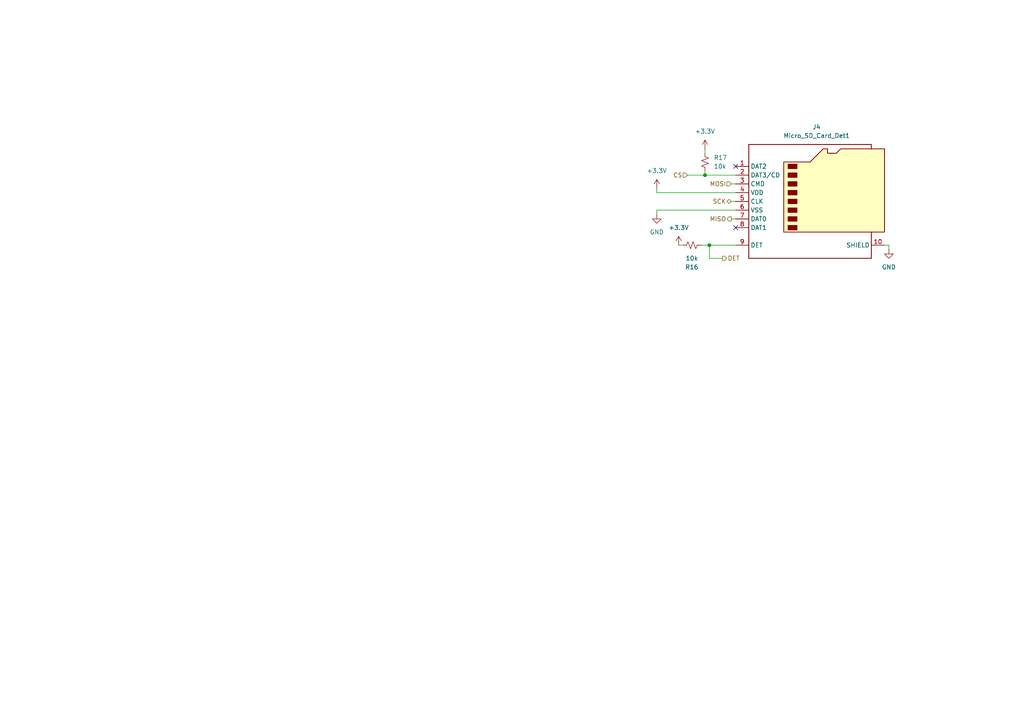
<source format=kicad_sch>
(kicad_sch (version 20250114) (generator "eeschema") (generator_version "9.0")
  (paper "A4")
  (lib_symbols
    (symbol "Connector:Micro_SD_Card_Det1"
      (property "Reference" "J" (at -16.51 17.78 0))
      (property "Value" "Micro_SD_Card_Det1" (at 16.51 17.78 0))
      (symbol "Micro_SD_Card_Det1_0_1"
        (polyline (pts (xy -8.89 -8.89) (xy -8.89 11.43) (xy -1.27 11.43) (xy 2.54 15.24) (xy 3.81 15.24) (xy 3.81 13.97) (xy 6.35 13.97) (xy 7.62 15.24) (xy 20.32 15.24) (xy 20.32 -8.89) (xy -8.89 -8.89)) (stroke (width 0.254)) (fill (type background)))
        (rectangle (start -7.62 10.795) (end -5.08 9.525) (stroke (width 0.254)) (fill (type outline)))
        (rectangle (start -7.62 8.255) (end -5.08 6.985) (stroke (width 0.254)) (fill (type outline)))
        (rectangle (start -7.62 5.715) (end -5.08 4.445) (stroke (width 0.254)) (fill (type outline)))
        (rectangle (start -7.62 3.175) (end -5.08 1.905) (stroke (width 0.254)) (fill (type outline)))
        (rectangle (start -7.62 0.635) (end -5.08 -0.635) (stroke (width 0.254)) (fill (type outline)))
        (rectangle (start -7.62 -1.905) (end -5.08 -3.175) (stroke (width 0.254)) (fill (type outline)))
        (rectangle (start -7.62 -4.445) (end -5.08 -5.715) (stroke (width 0.254)) (fill (type outline)))
        (rectangle (start -7.62 -6.985) (end -5.08 -8.255) (stroke (width 0.254)) (fill (type outline)))
        (polyline (pts (xy 16.51 15.24) (xy 16.51 16.51) (xy -19.05 16.51) (xy -19.05 -16.51) (xy 16.51 -16.51) (xy 16.51 -8.89)) (stroke (width 0.254)))
      )
      (symbol "Micro_SD_Card_Det1_1_1"
        (pin bidirectional line (at -22.86 10.16 0) (length 3.81) (name "DAT2") (number "1"))
        (pin bidirectional line (at -22.86 7.62 0) (length 3.81) (name "DAT3/CD") (number "2"))
        (pin input line (at -22.86 5.08 0) (length 3.81) (name "CMD") (number "3"))
        (pin power_in line (at -22.86 2.54 0) (length 3.81) (name "VDD") (number "4"))
        (pin input line (at -22.86 0 0) (length 3.81) (name "CLK") (number "5"))
        (pin power_in line (at -22.86 -2.54 0) (length 3.81) (name "VSS") (number "6"))
        (pin bidirectional line (at -22.86 -5.08 0) (length 3.81) (name "DAT0") (number "7"))
        (pin bidirectional line (at -22.86 -7.62 0) (length 3.81) (name "DAT1") (number "8"))
        (pin passive line (at -22.86 -12.7 0) (length 3.81) (name "DET") (number "9"))
        (pin passive line (at 20.32 -12.7 180) (length 3.81) (name "SHIELD") (number "10"))
      )
    )
    (symbol "Device:R_Small_US" (pin_numbers (hide yes)) (pin_names (offset 0.254) (hide yes))
      (property "Reference" "R" (at 0.762 0.508 0))
      (property "Value" "R_Small_US" (at 0.762 -1.016 0))
      (symbol "R_Small_US_1_1"
        (polyline (pts (xy 0 1.524) (xy 1.016 1.143) (xy 0 0.762) (xy -1.016 0.381) (xy 0 0)))
        (polyline (pts (xy 0 0) (xy 1.016 -0.381) (xy 0 -0.762) (xy -1.016 -1.143) (xy 0 -1.524)))
        (pin passive line (at 0 2.54 270) (length 1.016) (name "~") (number "1"))
        (pin passive line (at 0 -2.54 90) (length 1.016) (name "~") (number "2"))
      )
    )
    (symbol "power:+3.3V" (power) (pin_numbers (hide yes)) (pin_names (offset 0) (hide yes))
      (property "Value" "+3.3V" (at 0 3.556 0))
      (symbol "+3.3V_0_1"
        (polyline (pts (xy -0.762 1.27) (xy 0 2.54)))
        (polyline (pts (xy 0 2.54) (xy 0.762 1.27)))
        (polyline (pts (xy 0 0) (xy 0 2.54)))
      )
      (symbol "+3.3V_1_1"
        (pin power_in line (at 0 0 90) (length 0) (name "~") (number "1"))
      )
    )
    (symbol "power:GND" (power) (pin_numbers (hide yes)) (pin_names (offset 0) (hide yes))
      (property "Value" "GND" (at 0 -3.81 0))
      (symbol "GND_0_1"
        (polyline (pts (xy 0 0) (xy 0 -1.27) (xy 1.27 -1.27) (xy 0 -2.54) (xy -1.27 -1.27) (xy 0 -1.27)))
      )
      (symbol "GND_1_1"
        (pin power_in line (at 0 0 270) (length 0) (name "~") (number "1"))
      )
    )
  )
  (junction (at 204.47 50.8))
  (junction (at 205.74 71.12))
  (no_connect (at 213.36 48.26))
  (no_connect (at 213.36 66.04))
  (wire (pts (xy 257.81 71.12) (xy 256.54 71.12)))
  (wire (pts (xy 190.5 60.96) (xy 213.36 60.96)))
  (wire (pts (xy 190.5 62.23) (xy 190.5 60.96)))
  (wire (pts (xy 190.5 54.61) (xy 190.5 55.88)))
  (wire (pts (xy 204.47 50.8) (xy 213.36 50.8)))
  (wire (pts (xy 205.74 74.93) (xy 205.74 71.12)))
  (wire (pts (xy 204.47 49.53) (xy 204.47 50.8)))
  (wire (pts (xy 199.39 50.8) (xy 204.47 50.8)))
  (wire (pts (xy 212.09 58.42) (xy 213.36 58.42)))
  (wire (pts (xy 190.5 55.88) (xy 213.36 55.88)))
  (wire (pts (xy 257.81 72.39) (xy 257.81 71.12)))
  (wire (pts (xy 212.09 63.5) (xy 213.36 63.5)))
  (wire (pts (xy 203.2 71.12) (xy 205.74 71.12)))
  (wire (pts (xy 196.85 71.12) (xy 198.12 71.12)))
  (wire (pts (xy 209.55 74.93) (xy 205.74 74.93)))
  (wire (pts (xy 205.74 71.12) (xy 213.36 71.12)))
  (wire (pts (xy 204.47 43.18) (xy 204.47 44.45)))
  (wire (pts (xy 212.09 53.34) (xy 213.36 53.34)))
  (hierarchical_label "CS" (shape input) (at 199.39 50.8 180))
  (hierarchical_label "MISO" (shape output) (at 212.09 63.5 180))
  (hierarchical_label "SCK" (shape bidirectional) (at 212.09 58.42 180))
  (hierarchical_label "DET" (shape output) (at 209.55 74.93 0))
  (hierarchical_label "MOSI" (shape input) (at 212.09 53.34 180))
  (symbol (lib_id "Connector:Micro_SD_Card_Det1") (at 236.22 58.42 0) (unit 1)
    (property "Reference" "J4" (at 236.855 36.83 0))
    (property "Value" "Micro_SD_Card_Det1" (at 236.855 39.37 0))
    (property "Datasheet" "https://datasheet.lcsc.com/lcsc/2110151630_XKB-Connectivity-XKTF-015-N_C381082.pdf" (effects (hide yes)))
    (property "Description" "Micro SD Card Socket with one card detection pin" (effects (hide yes)))
  )
  (symbol (lib_id "power:GND") (at 190.5 62.23 0) (unit 1)
    (property "Reference" "#PWR030" (effects (hide yes)))
    (property "Value" "GND" (at 190.5 67.31 0))
    (property "Description" "Power symbol creates a global label with name \"GND\" , ground" (effects (hide yes)))
  )
  (symbol (lib_id "power:+3.3V") (at 190.5 54.61 0) (unit 1)
    (property "Reference" "#PWR029" (effects (hide yes)))
    (property "Value" "+3.3V" (at 190.5 49.53 0))
    (property "Description" "Power symbol creates a global label with name \"+3.3V\"" (effects (hide yes)))
  )
  (symbol (lib_id "Device:R_Small_US") (at 200.66 71.12 270) (unit 1)
    (property "Reference" "R16" (at 200.66 77.47 90))
    (property "Value" "10k" (at 200.66 74.93 90))
    (property "Description" "Resistor, small US symbol" (effects (hide yes)))
  )
  (symbol (lib_id "power:+3.3V") (at 196.85 71.12 0) (unit 1)
    (property "Reference" "#PWR028" (effects (hide yes)))
    (property "Value" "+3.3V" (at 196.85 66.04 0))
    (property "Description" "Power symbol creates a global label with name \"+3.3V\"" (effects (hide yes)))
  )
  (symbol (lib_id "Device:R_Small_US") (at 204.47 46.99 0) (unit 1)
    (property "Reference" "R17" (at 207.01 45.7199 0) (effects (justify left)))
    (property "Value" "10k" (at 207.01 48.2599 0) (effects (justify left)))
    (property "Description" "Resistor, small US symbol" (effects (hide yes)))
  )
  (symbol (lib_id "power:+3.3V") (at 204.47 43.18 0) (unit 1)
    (property "Reference" "#PWR031" (effects (hide yes)))
    (property "Value" "+3.3V" (at 204.47 38.1 0))
    (property "Description" "Power symbol creates a global label with name \"+3.3V\"" (effects (hide yes)))
  )
  (symbol (lib_id "power:GND") (at 257.81 72.39 0) (unit 1)
    (property "Reference" "#PWR032" (effects (hide yes)))
    (property "Value" "GND" (at 257.81 77.47 0))
    (property "Description" "Power symbol creates a global label with name \"GND\" , ground" (effects (hide yes)))
  )
)
</source>
